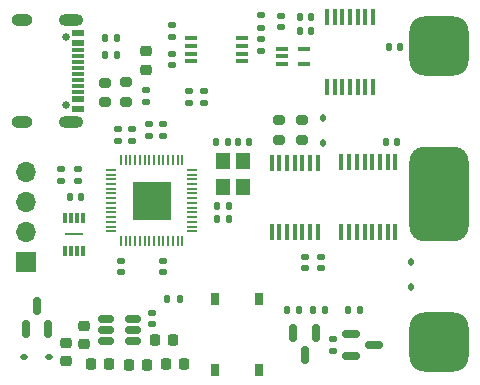
<source format=gbr>
%TF.GenerationSoftware,KiCad,Pcbnew,7.0.5*%
%TF.CreationDate,2024-02-18T20:54:14+09:00*%
%TF.ProjectId,tdc-tdt-kicad,7464632d-7464-4742-9d6b-696361642e6b,rev?*%
%TF.SameCoordinates,Original*%
%TF.FileFunction,Soldermask,Top*%
%TF.FilePolarity,Negative*%
%FSLAX46Y46*%
G04 Gerber Fmt 4.6, Leading zero omitted, Abs format (unit mm)*
G04 Created by KiCad (PCBNEW 7.0.5) date 2024-02-18 20:54:14*
%MOMM*%
%LPD*%
G01*
G04 APERTURE LIST*
G04 Aperture macros list*
%AMRoundRect*
0 Rectangle with rounded corners*
0 $1 Rounding radius*
0 $2 $3 $4 $5 $6 $7 $8 $9 X,Y pos of 4 corners*
0 Add a 4 corners polygon primitive as box body*
4,1,4,$2,$3,$4,$5,$6,$7,$8,$9,$2,$3,0*
0 Add four circle primitives for the rounded corners*
1,1,$1+$1,$2,$3*
1,1,$1+$1,$4,$5*
1,1,$1+$1,$6,$7*
1,1,$1+$1,$8,$9*
0 Add four rect primitives between the rounded corners*
20,1,$1+$1,$2,$3,$4,$5,0*
20,1,$1+$1,$4,$5,$6,$7,0*
20,1,$1+$1,$6,$7,$8,$9,0*
20,1,$1+$1,$8,$9,$2,$3,0*%
G04 Aperture macros list end*
%ADD10R,0.750000X1.000000*%
%ADD11RoundRect,0.150000X-0.150000X0.587500X-0.150000X-0.587500X0.150000X-0.587500X0.150000X0.587500X0*%
%ADD12RoundRect,0.150000X-0.587500X-0.150000X0.587500X-0.150000X0.587500X0.150000X-0.587500X0.150000X0*%
%ADD13RoundRect,0.150000X0.150000X-0.587500X0.150000X0.587500X-0.150000X0.587500X-0.150000X-0.587500X0*%
%ADD14RoundRect,0.112500X0.112500X-0.187500X0.112500X0.187500X-0.112500X0.187500X-0.112500X-0.187500X0*%
%ADD15RoundRect,0.112500X0.187500X0.112500X-0.187500X0.112500X-0.187500X-0.112500X0.187500X-0.112500X0*%
%ADD16RoundRect,0.200000X-0.275000X0.200000X-0.275000X-0.200000X0.275000X-0.200000X0.275000X0.200000X0*%
%ADD17RoundRect,0.135000X0.185000X-0.135000X0.185000X0.135000X-0.185000X0.135000X-0.185000X-0.135000X0*%
%ADD18RoundRect,0.135000X0.135000X0.185000X-0.135000X0.185000X-0.135000X-0.185000X0.135000X-0.185000X0*%
%ADD19RoundRect,0.135000X-0.135000X-0.185000X0.135000X-0.185000X0.135000X0.185000X-0.135000X0.185000X0*%
%ADD20RoundRect,0.140000X0.170000X-0.140000X0.170000X0.140000X-0.170000X0.140000X-0.170000X-0.140000X0*%
%ADD21RoundRect,0.200000X0.275000X-0.200000X0.275000X0.200000X-0.275000X0.200000X-0.275000X-0.200000X0*%
%ADD22RoundRect,0.140000X-0.170000X0.140000X-0.170000X-0.140000X0.170000X-0.140000X0.170000X0.140000X0*%
%ADD23RoundRect,0.218750X-0.256250X0.218750X-0.256250X-0.218750X0.256250X-0.218750X0.256250X0.218750X0*%
%ADD24R,0.450000X1.475000*%
%ADD25RoundRect,0.140000X-0.140000X-0.170000X0.140000X-0.170000X0.140000X0.170000X-0.140000X0.170000X0*%
%ADD26RoundRect,0.140000X0.140000X0.170000X-0.140000X0.170000X-0.140000X-0.170000X0.140000X-0.170000X0*%
%ADD27R,1.200000X1.400000*%
%ADD28RoundRect,0.225000X0.225000X0.250000X-0.225000X0.250000X-0.225000X-0.250000X0.225000X-0.250000X0*%
%ADD29R,1.050000X0.400000*%
%ADD30R,1.100000X0.400000*%
%ADD31RoundRect,0.225000X-0.225000X-0.250000X0.225000X-0.250000X0.225000X0.250000X-0.225000X0.250000X0*%
%ADD32RoundRect,0.150000X-0.512500X-0.150000X0.512500X-0.150000X0.512500X0.150000X-0.512500X0.150000X0*%
%ADD33RoundRect,0.050000X0.050000X-0.387500X0.050000X0.387500X-0.050000X0.387500X-0.050000X-0.387500X0*%
%ADD34RoundRect,0.050000X0.387500X-0.050000X0.387500X0.050000X-0.387500X0.050000X-0.387500X-0.050000X0*%
%ADD35R,3.200000X3.200000*%
%ADD36R,0.300000X0.900000*%
%ADD37R,1.650000X0.250000*%
%ADD38R,1.700000X1.700000*%
%ADD39O,1.700000X1.700000*%
%ADD40RoundRect,0.218750X0.256250X-0.218750X0.256250X0.218750X-0.256250X0.218750X-0.256250X-0.218750X0*%
%ADD41RoundRect,1.250000X1.250000X-1.250000X1.250000X1.250000X-1.250000X1.250000X-1.250000X-1.250000X0*%
%ADD42RoundRect,1.250000X1.250000X-2.750000X1.250000X2.750000X-1.250000X2.750000X-1.250000X-2.750000X0*%
%ADD43RoundRect,0.225000X0.250000X-0.225000X0.250000X0.225000X-0.250000X0.225000X-0.250000X-0.225000X0*%
%ADD44C,0.650000*%
%ADD45R,1.140000X0.600000*%
%ADD46R,1.140000X0.300000*%
%ADD47O,2.100000X1.000000*%
%ADD48O,1.800000X1.000000*%
%ADD49RoundRect,0.218750X-0.218750X-0.256250X0.218750X-0.256250X0.218750X0.256250X-0.218750X0.256250X0*%
%ADD50RoundRect,0.135000X-0.185000X0.135000X-0.185000X-0.135000X0.185000X-0.135000X0.185000X0.135000X0*%
G04 APERTURE END LIST*
D10*
%TO.C,S1*%
X151775000Y-75900000D03*
X151775000Y-81900000D03*
X148025000Y-75900000D03*
X148025000Y-81900000D03*
%TD*%
D11*
%TO.C,Q4*%
X156550000Y-78762500D03*
X154650000Y-78762500D03*
X155600000Y-80637500D03*
%TD*%
D12*
%TO.C,Q3*%
X159562500Y-78850000D03*
X159562500Y-80750000D03*
X161437500Y-79800000D03*
%TD*%
D13*
%TO.C,Q1*%
X132000000Y-78400000D03*
X133900000Y-78400000D03*
X132950000Y-76525000D03*
%TD*%
D14*
%TO.C,D3*%
X164600000Y-74850000D03*
X164600000Y-72750000D03*
%TD*%
D15*
%TO.C,D1*%
X133950000Y-80800000D03*
X131850000Y-80800000D03*
%TD*%
D14*
%TO.C,D4*%
X157200000Y-62650000D03*
X157200000Y-60550000D03*
%TD*%
D16*
%TO.C,R2*%
X140500000Y-57550000D03*
X140500000Y-59200000D03*
%TD*%
%TO.C,R1*%
X138700000Y-57575000D03*
X138700000Y-59225000D03*
%TD*%
D17*
%TO.C,R10*%
X158000000Y-80310000D03*
X158000000Y-79290000D03*
%TD*%
D18*
%TO.C,R9*%
X156290000Y-76800000D03*
X157310000Y-76800000D03*
%TD*%
D19*
%TO.C,R5*%
X154090000Y-76800000D03*
X155110000Y-76800000D03*
%TD*%
D17*
%TO.C,R15*%
X145800000Y-59310000D03*
X145800000Y-58290000D03*
%TD*%
D20*
%TO.C,C13*%
X157000000Y-73280000D03*
X157000000Y-72320000D03*
%TD*%
D21*
%TO.C,R19*%
X155400000Y-62425000D03*
X155400000Y-60775000D03*
%TD*%
D22*
%TO.C,C10*%
X143620000Y-72680000D03*
X143620000Y-73640000D03*
%TD*%
D23*
%TO.C,D2*%
X142200000Y-54912500D03*
X142200000Y-56487500D03*
%TD*%
D20*
%TO.C,C14*%
X155600000Y-73280000D03*
X155600000Y-72320000D03*
%TD*%
D24*
%TO.C,IC2*%
X156700000Y-64374000D03*
X156050000Y-64374000D03*
X155400000Y-64374000D03*
X154750000Y-64374000D03*
X154100000Y-64374000D03*
X153450000Y-64374000D03*
X152800000Y-64374000D03*
X152800000Y-70250000D03*
X153450000Y-70250000D03*
X154100000Y-70250000D03*
X154750000Y-70250000D03*
X155400000Y-70250000D03*
X156050000Y-70250000D03*
X156700000Y-70250000D03*
%TD*%
D25*
%TO.C,C27*%
X162720000Y-54600000D03*
X163680000Y-54600000D03*
%TD*%
D20*
%TO.C,C9*%
X143600000Y-62080000D03*
X143600000Y-61120000D03*
%TD*%
D22*
%TO.C,C22*%
X142712500Y-78024227D03*
X142712500Y-77064227D03*
%TD*%
D26*
%TO.C,C1*%
X136680000Y-67260000D03*
X135720000Y-67260000D03*
%TD*%
D27*
%TO.C,Y1*%
X150350000Y-66400000D03*
X150350000Y-64200000D03*
X148650000Y-64200000D03*
X148650000Y-66400000D03*
%TD*%
D28*
%TO.C,C23*%
X140742500Y-81444227D03*
X142292500Y-81444227D03*
%TD*%
D20*
%TO.C,C21*%
X144350000Y-53680000D03*
X144350000Y-52720000D03*
%TD*%
D29*
%TO.C,IC6*%
X153650000Y-54700000D03*
X153650000Y-55350000D03*
X153650000Y-56000000D03*
X155550000Y-56000000D03*
X155550000Y-54700000D03*
%TD*%
D24*
%TO.C,IC5*%
X158725000Y-70188000D03*
X159375000Y-70188000D03*
X160025000Y-70188000D03*
X160675000Y-70188000D03*
X161325000Y-70188000D03*
X161975000Y-70188000D03*
X162625000Y-70188000D03*
X163275000Y-70188000D03*
X163275000Y-64312000D03*
X162625000Y-64312000D03*
X161975000Y-64312000D03*
X161325000Y-64312000D03*
X160675000Y-64312000D03*
X160025000Y-64312000D03*
X159375000Y-64312000D03*
X158725000Y-64312000D03*
%TD*%
D18*
%TO.C,R13*%
X149220000Y-68000000D03*
X148200000Y-68000000D03*
%TD*%
D22*
%TO.C,C20*%
X153600000Y-51920000D03*
X153600000Y-52880000D03*
%TD*%
D26*
%TO.C,C4*%
X150880000Y-62600000D03*
X149920000Y-62600000D03*
%TD*%
D20*
%TO.C,C8*%
X141000000Y-62480000D03*
X141000000Y-61520000D03*
%TD*%
%TO.C,C12*%
X142400000Y-62080000D03*
X142400000Y-61120000D03*
%TD*%
D30*
%TO.C,U3*%
X146000000Y-53825000D03*
X146000000Y-54475000D03*
X146000000Y-55125000D03*
X146000000Y-55775000D03*
X150300000Y-55775000D03*
X150300000Y-55125000D03*
X150300000Y-54475000D03*
X150300000Y-53825000D03*
%TD*%
D31*
%TO.C,C24*%
X145407500Y-81434227D03*
X143857500Y-81434227D03*
%TD*%
D21*
%TO.C,R20*%
X153400000Y-62425000D03*
X153400000Y-60775000D03*
%TD*%
D32*
%TO.C,U4*%
X141050000Y-77594227D03*
X141050000Y-78544227D03*
X141050000Y-79494227D03*
X138775000Y-79494227D03*
X138775000Y-78544227D03*
X138775000Y-77594227D03*
%TD*%
D22*
%TO.C,C7*%
X140050000Y-72690000D03*
X140050000Y-73650000D03*
%TD*%
D33*
%TO.C,U2*%
X140050000Y-71000000D03*
X140450000Y-71000000D03*
X140850000Y-71000000D03*
X141250000Y-71000000D03*
X141650000Y-71000000D03*
X142050000Y-71000000D03*
X142450000Y-71000000D03*
X142850000Y-71000000D03*
X143250000Y-71000000D03*
X143650000Y-71000000D03*
X144050000Y-71000000D03*
X144450000Y-71000000D03*
X144850000Y-71000000D03*
X145250000Y-71000000D03*
D34*
X146087500Y-70162500D03*
X146087500Y-69762500D03*
X146087500Y-69362500D03*
X146087500Y-68962500D03*
X146087500Y-68562500D03*
X146087500Y-68162500D03*
X146087500Y-67762500D03*
X146087500Y-67362500D03*
X146087500Y-66962500D03*
X146087500Y-66562500D03*
X146087500Y-66162500D03*
X146087500Y-65762500D03*
X146087500Y-65362500D03*
X146087500Y-64962500D03*
D33*
X145250000Y-64125000D03*
X144850000Y-64125000D03*
X144450000Y-64125000D03*
X144050000Y-64125000D03*
X143650000Y-64125000D03*
X143250000Y-64125000D03*
X142850000Y-64125000D03*
X142450000Y-64125000D03*
X142050000Y-64125000D03*
X141650000Y-64125000D03*
X141250000Y-64125000D03*
X140850000Y-64125000D03*
X140450000Y-64125000D03*
X140050000Y-64125000D03*
D34*
X139212500Y-64962500D03*
X139212500Y-65362500D03*
X139212500Y-65762500D03*
X139212500Y-66162500D03*
X139212500Y-66562500D03*
X139212500Y-66962500D03*
X139212500Y-67362500D03*
X139212500Y-67762500D03*
X139212500Y-68162500D03*
X139212500Y-68562500D03*
X139212500Y-68962500D03*
X139212500Y-69362500D03*
X139212500Y-69762500D03*
X139212500Y-70162500D03*
D35*
X142650000Y-67562500D03*
%TD*%
D19*
%TO.C,R6*%
X159290000Y-76800000D03*
X160310000Y-76800000D03*
%TD*%
D18*
%TO.C,R14*%
X143990000Y-75900000D03*
X145010000Y-75900000D03*
%TD*%
D36*
%TO.C,IC1*%
X135300000Y-71800000D03*
X135800000Y-71800000D03*
X136300000Y-71800000D03*
X136800000Y-71800000D03*
X136800000Y-69000000D03*
X136300000Y-69000000D03*
X135800000Y-69000000D03*
X135300000Y-69000000D03*
D37*
X136050000Y-70400000D03*
%TD*%
D20*
%TO.C,C3*%
X136400000Y-65880000D03*
X136400000Y-64920000D03*
%TD*%
D38*
%TO.C,J2*%
X132000000Y-72800000D03*
D39*
X132000000Y-70260000D03*
X132000000Y-67720000D03*
X132000000Y-65180000D03*
%TD*%
D25*
%TO.C,C5*%
X148120000Y-62600000D03*
X149080000Y-62600000D03*
%TD*%
D22*
%TO.C,C16*%
X144400000Y-55120000D03*
X144400000Y-56080000D03*
%TD*%
D25*
%TO.C,C2*%
X148200000Y-69150000D03*
X149160000Y-69150000D03*
%TD*%
D19*
%TO.C,R4*%
X138690000Y-53800000D03*
X139710000Y-53800000D03*
%TD*%
D17*
%TO.C,R8*%
X142200000Y-59200000D03*
X142200000Y-58180000D03*
%TD*%
D40*
%TO.C,F1*%
X135400000Y-81187500D03*
X135400000Y-79612500D03*
%TD*%
D41*
%TO.C,J1*%
X167000000Y-54500000D03*
D42*
X167000000Y-67000000D03*
D41*
X167000000Y-79500000D03*
%TD*%
D31*
%TO.C,C18*%
X139067500Y-81414227D03*
X137517500Y-81414227D03*
%TD*%
D17*
%TO.C,R16*%
X147100000Y-59310000D03*
X147100000Y-58290000D03*
%TD*%
D25*
%TO.C,C19*%
X162500000Y-62570000D03*
X163460000Y-62570000D03*
%TD*%
D20*
%TO.C,C6*%
X139800000Y-62480000D03*
X139800000Y-61520000D03*
%TD*%
D22*
%TO.C,C15*%
X151950000Y-53920000D03*
X151950000Y-54880000D03*
%TD*%
D26*
%TO.C,C25*%
X156180000Y-52000000D03*
X155220000Y-52000000D03*
%TD*%
D24*
%TO.C,IC4*%
X157500000Y-57938000D03*
X158150000Y-57938000D03*
X158800000Y-57938000D03*
X159450000Y-57938000D03*
X160100000Y-57938000D03*
X160750000Y-57938000D03*
X161400000Y-57938000D03*
X161400000Y-52062000D03*
X160750000Y-52062000D03*
X160100000Y-52062000D03*
X159450000Y-52062000D03*
X158800000Y-52062000D03*
X158150000Y-52062000D03*
X157500000Y-52062000D03*
%TD*%
D43*
%TO.C,C17*%
X136912500Y-78169227D03*
X136912500Y-79719227D03*
%TD*%
D44*
%TO.C,U1*%
X135360000Y-53710000D03*
X135360000Y-59490000D03*
D45*
X136430000Y-53400000D03*
X136430000Y-54200000D03*
D46*
X136430000Y-54850000D03*
X136430000Y-55350000D03*
X136430000Y-55850000D03*
X136430000Y-56350000D03*
X136430000Y-56850000D03*
X136430000Y-57350000D03*
X136430000Y-57850000D03*
X136430000Y-58350000D03*
D45*
X136430000Y-59000000D03*
X136430000Y-59800000D03*
D47*
X135860000Y-52280000D03*
D48*
X131680000Y-52280000D03*
D47*
X135860000Y-60920000D03*
D48*
X131680000Y-60920000D03*
%TD*%
D20*
%TO.C,C11*%
X135000000Y-65880000D03*
X135000000Y-64920000D03*
%TD*%
D19*
%TO.C,R3*%
X138690000Y-55200000D03*
X139710000Y-55200000D03*
%TD*%
D26*
%TO.C,C26*%
X156150000Y-53200000D03*
X155190000Y-53200000D03*
%TD*%
D49*
%TO.C,L1*%
X144500000Y-79344227D03*
X142925000Y-79344227D03*
%TD*%
D50*
%TO.C,R7*%
X151950000Y-51890000D03*
X151950000Y-52910000D03*
%TD*%
M02*

</source>
